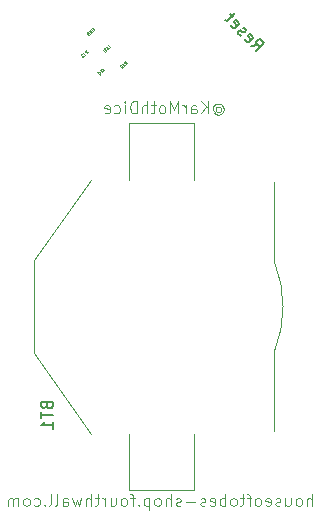
<source format=gbr>
%TF.GenerationSoftware,KiCad,Pcbnew,8.0.3*%
%TF.CreationDate,2024-08-14T20:25:55-04:00*%
%TF.ProjectId,KarmothDiceRoller_V1,4b61726d-6f74-4684-9469-6365526f6c6c,rev?*%
%TF.SameCoordinates,Original*%
%TF.FileFunction,Legend,Bot*%
%TF.FilePolarity,Positive*%
%FSLAX46Y46*%
G04 Gerber Fmt 4.6, Leading zero omitted, Abs format (unit mm)*
G04 Created by KiCad (PCBNEW 8.0.3) date 2024-08-14 20:25:55*
%MOMM*%
%LPD*%
G01*
G04 APERTURE LIST*
%ADD10C,0.100000*%
%ADD11C,0.031250*%
%ADD12C,0.150000*%
%ADD13C,0.120000*%
G04 APERTURE END LIST*
D10*
X107696115Y-103622419D02*
X107696115Y-102622419D01*
X107267544Y-103622419D02*
X107267544Y-103098609D01*
X107267544Y-103098609D02*
X107315163Y-103003371D01*
X107315163Y-103003371D02*
X107410401Y-102955752D01*
X107410401Y-102955752D02*
X107553258Y-102955752D01*
X107553258Y-102955752D02*
X107648496Y-103003371D01*
X107648496Y-103003371D02*
X107696115Y-103050990D01*
X106648496Y-103622419D02*
X106743734Y-103574800D01*
X106743734Y-103574800D02*
X106791353Y-103527180D01*
X106791353Y-103527180D02*
X106838972Y-103431942D01*
X106838972Y-103431942D02*
X106838972Y-103146228D01*
X106838972Y-103146228D02*
X106791353Y-103050990D01*
X106791353Y-103050990D02*
X106743734Y-103003371D01*
X106743734Y-103003371D02*
X106648496Y-102955752D01*
X106648496Y-102955752D02*
X106505639Y-102955752D01*
X106505639Y-102955752D02*
X106410401Y-103003371D01*
X106410401Y-103003371D02*
X106362782Y-103050990D01*
X106362782Y-103050990D02*
X106315163Y-103146228D01*
X106315163Y-103146228D02*
X106315163Y-103431942D01*
X106315163Y-103431942D02*
X106362782Y-103527180D01*
X106362782Y-103527180D02*
X106410401Y-103574800D01*
X106410401Y-103574800D02*
X106505639Y-103622419D01*
X106505639Y-103622419D02*
X106648496Y-103622419D01*
X105458020Y-102955752D02*
X105458020Y-103622419D01*
X105886591Y-102955752D02*
X105886591Y-103479561D01*
X105886591Y-103479561D02*
X105838972Y-103574800D01*
X105838972Y-103574800D02*
X105743734Y-103622419D01*
X105743734Y-103622419D02*
X105600877Y-103622419D01*
X105600877Y-103622419D02*
X105505639Y-103574800D01*
X105505639Y-103574800D02*
X105458020Y-103527180D01*
X105029448Y-103574800D02*
X104934210Y-103622419D01*
X104934210Y-103622419D02*
X104743734Y-103622419D01*
X104743734Y-103622419D02*
X104648496Y-103574800D01*
X104648496Y-103574800D02*
X104600877Y-103479561D01*
X104600877Y-103479561D02*
X104600877Y-103431942D01*
X104600877Y-103431942D02*
X104648496Y-103336704D01*
X104648496Y-103336704D02*
X104743734Y-103289085D01*
X104743734Y-103289085D02*
X104886591Y-103289085D01*
X104886591Y-103289085D02*
X104981829Y-103241466D01*
X104981829Y-103241466D02*
X105029448Y-103146228D01*
X105029448Y-103146228D02*
X105029448Y-103098609D01*
X105029448Y-103098609D02*
X104981829Y-103003371D01*
X104981829Y-103003371D02*
X104886591Y-102955752D01*
X104886591Y-102955752D02*
X104743734Y-102955752D01*
X104743734Y-102955752D02*
X104648496Y-103003371D01*
X103791353Y-103574800D02*
X103886591Y-103622419D01*
X103886591Y-103622419D02*
X104077067Y-103622419D01*
X104077067Y-103622419D02*
X104172305Y-103574800D01*
X104172305Y-103574800D02*
X104219924Y-103479561D01*
X104219924Y-103479561D02*
X104219924Y-103098609D01*
X104219924Y-103098609D02*
X104172305Y-103003371D01*
X104172305Y-103003371D02*
X104077067Y-102955752D01*
X104077067Y-102955752D02*
X103886591Y-102955752D01*
X103886591Y-102955752D02*
X103791353Y-103003371D01*
X103791353Y-103003371D02*
X103743734Y-103098609D01*
X103743734Y-103098609D02*
X103743734Y-103193847D01*
X103743734Y-103193847D02*
X104219924Y-103289085D01*
X103172305Y-103622419D02*
X103267543Y-103574800D01*
X103267543Y-103574800D02*
X103315162Y-103527180D01*
X103315162Y-103527180D02*
X103362781Y-103431942D01*
X103362781Y-103431942D02*
X103362781Y-103146228D01*
X103362781Y-103146228D02*
X103315162Y-103050990D01*
X103315162Y-103050990D02*
X103267543Y-103003371D01*
X103267543Y-103003371D02*
X103172305Y-102955752D01*
X103172305Y-102955752D02*
X103029448Y-102955752D01*
X103029448Y-102955752D02*
X102934210Y-103003371D01*
X102934210Y-103003371D02*
X102886591Y-103050990D01*
X102886591Y-103050990D02*
X102838972Y-103146228D01*
X102838972Y-103146228D02*
X102838972Y-103431942D01*
X102838972Y-103431942D02*
X102886591Y-103527180D01*
X102886591Y-103527180D02*
X102934210Y-103574800D01*
X102934210Y-103574800D02*
X103029448Y-103622419D01*
X103029448Y-103622419D02*
X103172305Y-103622419D01*
X102553257Y-102955752D02*
X102172305Y-102955752D01*
X102410400Y-103622419D02*
X102410400Y-102765276D01*
X102410400Y-102765276D02*
X102362781Y-102670038D01*
X102362781Y-102670038D02*
X102267543Y-102622419D01*
X102267543Y-102622419D02*
X102172305Y-102622419D01*
X101981828Y-102955752D02*
X101600876Y-102955752D01*
X101838971Y-102622419D02*
X101838971Y-103479561D01*
X101838971Y-103479561D02*
X101791352Y-103574800D01*
X101791352Y-103574800D02*
X101696114Y-103622419D01*
X101696114Y-103622419D02*
X101600876Y-103622419D01*
X101124685Y-103622419D02*
X101219923Y-103574800D01*
X101219923Y-103574800D02*
X101267542Y-103527180D01*
X101267542Y-103527180D02*
X101315161Y-103431942D01*
X101315161Y-103431942D02*
X101315161Y-103146228D01*
X101315161Y-103146228D02*
X101267542Y-103050990D01*
X101267542Y-103050990D02*
X101219923Y-103003371D01*
X101219923Y-103003371D02*
X101124685Y-102955752D01*
X101124685Y-102955752D02*
X100981828Y-102955752D01*
X100981828Y-102955752D02*
X100886590Y-103003371D01*
X100886590Y-103003371D02*
X100838971Y-103050990D01*
X100838971Y-103050990D02*
X100791352Y-103146228D01*
X100791352Y-103146228D02*
X100791352Y-103431942D01*
X100791352Y-103431942D02*
X100838971Y-103527180D01*
X100838971Y-103527180D02*
X100886590Y-103574800D01*
X100886590Y-103574800D02*
X100981828Y-103622419D01*
X100981828Y-103622419D02*
X101124685Y-103622419D01*
X100362780Y-103622419D02*
X100362780Y-102622419D01*
X100362780Y-103003371D02*
X100267542Y-102955752D01*
X100267542Y-102955752D02*
X100077066Y-102955752D01*
X100077066Y-102955752D02*
X99981828Y-103003371D01*
X99981828Y-103003371D02*
X99934209Y-103050990D01*
X99934209Y-103050990D02*
X99886590Y-103146228D01*
X99886590Y-103146228D02*
X99886590Y-103431942D01*
X99886590Y-103431942D02*
X99934209Y-103527180D01*
X99934209Y-103527180D02*
X99981828Y-103574800D01*
X99981828Y-103574800D02*
X100077066Y-103622419D01*
X100077066Y-103622419D02*
X100267542Y-103622419D01*
X100267542Y-103622419D02*
X100362780Y-103574800D01*
X99077066Y-103574800D02*
X99172304Y-103622419D01*
X99172304Y-103622419D02*
X99362780Y-103622419D01*
X99362780Y-103622419D02*
X99458018Y-103574800D01*
X99458018Y-103574800D02*
X99505637Y-103479561D01*
X99505637Y-103479561D02*
X99505637Y-103098609D01*
X99505637Y-103098609D02*
X99458018Y-103003371D01*
X99458018Y-103003371D02*
X99362780Y-102955752D01*
X99362780Y-102955752D02*
X99172304Y-102955752D01*
X99172304Y-102955752D02*
X99077066Y-103003371D01*
X99077066Y-103003371D02*
X99029447Y-103098609D01*
X99029447Y-103098609D02*
X99029447Y-103193847D01*
X99029447Y-103193847D02*
X99505637Y-103289085D01*
X98648494Y-103574800D02*
X98553256Y-103622419D01*
X98553256Y-103622419D02*
X98362780Y-103622419D01*
X98362780Y-103622419D02*
X98267542Y-103574800D01*
X98267542Y-103574800D02*
X98219923Y-103479561D01*
X98219923Y-103479561D02*
X98219923Y-103431942D01*
X98219923Y-103431942D02*
X98267542Y-103336704D01*
X98267542Y-103336704D02*
X98362780Y-103289085D01*
X98362780Y-103289085D02*
X98505637Y-103289085D01*
X98505637Y-103289085D02*
X98600875Y-103241466D01*
X98600875Y-103241466D02*
X98648494Y-103146228D01*
X98648494Y-103146228D02*
X98648494Y-103098609D01*
X98648494Y-103098609D02*
X98600875Y-103003371D01*
X98600875Y-103003371D02*
X98505637Y-102955752D01*
X98505637Y-102955752D02*
X98362780Y-102955752D01*
X98362780Y-102955752D02*
X98267542Y-103003371D01*
X97791351Y-103241466D02*
X97029447Y-103241466D01*
X96600875Y-103574800D02*
X96505637Y-103622419D01*
X96505637Y-103622419D02*
X96315161Y-103622419D01*
X96315161Y-103622419D02*
X96219923Y-103574800D01*
X96219923Y-103574800D02*
X96172304Y-103479561D01*
X96172304Y-103479561D02*
X96172304Y-103431942D01*
X96172304Y-103431942D02*
X96219923Y-103336704D01*
X96219923Y-103336704D02*
X96315161Y-103289085D01*
X96315161Y-103289085D02*
X96458018Y-103289085D01*
X96458018Y-103289085D02*
X96553256Y-103241466D01*
X96553256Y-103241466D02*
X96600875Y-103146228D01*
X96600875Y-103146228D02*
X96600875Y-103098609D01*
X96600875Y-103098609D02*
X96553256Y-103003371D01*
X96553256Y-103003371D02*
X96458018Y-102955752D01*
X96458018Y-102955752D02*
X96315161Y-102955752D01*
X96315161Y-102955752D02*
X96219923Y-103003371D01*
X95743732Y-103622419D02*
X95743732Y-102622419D01*
X95315161Y-103622419D02*
X95315161Y-103098609D01*
X95315161Y-103098609D02*
X95362780Y-103003371D01*
X95362780Y-103003371D02*
X95458018Y-102955752D01*
X95458018Y-102955752D02*
X95600875Y-102955752D01*
X95600875Y-102955752D02*
X95696113Y-103003371D01*
X95696113Y-103003371D02*
X95743732Y-103050990D01*
X94696113Y-103622419D02*
X94791351Y-103574800D01*
X94791351Y-103574800D02*
X94838970Y-103527180D01*
X94838970Y-103527180D02*
X94886589Y-103431942D01*
X94886589Y-103431942D02*
X94886589Y-103146228D01*
X94886589Y-103146228D02*
X94838970Y-103050990D01*
X94838970Y-103050990D02*
X94791351Y-103003371D01*
X94791351Y-103003371D02*
X94696113Y-102955752D01*
X94696113Y-102955752D02*
X94553256Y-102955752D01*
X94553256Y-102955752D02*
X94458018Y-103003371D01*
X94458018Y-103003371D02*
X94410399Y-103050990D01*
X94410399Y-103050990D02*
X94362780Y-103146228D01*
X94362780Y-103146228D02*
X94362780Y-103431942D01*
X94362780Y-103431942D02*
X94410399Y-103527180D01*
X94410399Y-103527180D02*
X94458018Y-103574800D01*
X94458018Y-103574800D02*
X94553256Y-103622419D01*
X94553256Y-103622419D02*
X94696113Y-103622419D01*
X93934208Y-102955752D02*
X93934208Y-103955752D01*
X93934208Y-103003371D02*
X93838970Y-102955752D01*
X93838970Y-102955752D02*
X93648494Y-102955752D01*
X93648494Y-102955752D02*
X93553256Y-103003371D01*
X93553256Y-103003371D02*
X93505637Y-103050990D01*
X93505637Y-103050990D02*
X93458018Y-103146228D01*
X93458018Y-103146228D02*
X93458018Y-103431942D01*
X93458018Y-103431942D02*
X93505637Y-103527180D01*
X93505637Y-103527180D02*
X93553256Y-103574800D01*
X93553256Y-103574800D02*
X93648494Y-103622419D01*
X93648494Y-103622419D02*
X93838970Y-103622419D01*
X93838970Y-103622419D02*
X93934208Y-103574800D01*
X93029446Y-103527180D02*
X92981827Y-103574800D01*
X92981827Y-103574800D02*
X93029446Y-103622419D01*
X93029446Y-103622419D02*
X93077065Y-103574800D01*
X93077065Y-103574800D02*
X93029446Y-103527180D01*
X93029446Y-103527180D02*
X93029446Y-103622419D01*
X92696113Y-102955752D02*
X92315161Y-102955752D01*
X92553256Y-103622419D02*
X92553256Y-102765276D01*
X92553256Y-102765276D02*
X92505637Y-102670038D01*
X92505637Y-102670038D02*
X92410399Y-102622419D01*
X92410399Y-102622419D02*
X92315161Y-102622419D01*
X91838970Y-103622419D02*
X91934208Y-103574800D01*
X91934208Y-103574800D02*
X91981827Y-103527180D01*
X91981827Y-103527180D02*
X92029446Y-103431942D01*
X92029446Y-103431942D02*
X92029446Y-103146228D01*
X92029446Y-103146228D02*
X91981827Y-103050990D01*
X91981827Y-103050990D02*
X91934208Y-103003371D01*
X91934208Y-103003371D02*
X91838970Y-102955752D01*
X91838970Y-102955752D02*
X91696113Y-102955752D01*
X91696113Y-102955752D02*
X91600875Y-103003371D01*
X91600875Y-103003371D02*
X91553256Y-103050990D01*
X91553256Y-103050990D02*
X91505637Y-103146228D01*
X91505637Y-103146228D02*
X91505637Y-103431942D01*
X91505637Y-103431942D02*
X91553256Y-103527180D01*
X91553256Y-103527180D02*
X91600875Y-103574800D01*
X91600875Y-103574800D02*
X91696113Y-103622419D01*
X91696113Y-103622419D02*
X91838970Y-103622419D01*
X90648494Y-102955752D02*
X90648494Y-103622419D01*
X91077065Y-102955752D02*
X91077065Y-103479561D01*
X91077065Y-103479561D02*
X91029446Y-103574800D01*
X91029446Y-103574800D02*
X90934208Y-103622419D01*
X90934208Y-103622419D02*
X90791351Y-103622419D01*
X90791351Y-103622419D02*
X90696113Y-103574800D01*
X90696113Y-103574800D02*
X90648494Y-103527180D01*
X90172303Y-103622419D02*
X90172303Y-102955752D01*
X90172303Y-103146228D02*
X90124684Y-103050990D01*
X90124684Y-103050990D02*
X90077065Y-103003371D01*
X90077065Y-103003371D02*
X89981827Y-102955752D01*
X89981827Y-102955752D02*
X89886589Y-102955752D01*
X89696112Y-102955752D02*
X89315160Y-102955752D01*
X89553255Y-102622419D02*
X89553255Y-103479561D01*
X89553255Y-103479561D02*
X89505636Y-103574800D01*
X89505636Y-103574800D02*
X89410398Y-103622419D01*
X89410398Y-103622419D02*
X89315160Y-103622419D01*
X88981826Y-103622419D02*
X88981826Y-102622419D01*
X88553255Y-103622419D02*
X88553255Y-103098609D01*
X88553255Y-103098609D02*
X88600874Y-103003371D01*
X88600874Y-103003371D02*
X88696112Y-102955752D01*
X88696112Y-102955752D02*
X88838969Y-102955752D01*
X88838969Y-102955752D02*
X88934207Y-103003371D01*
X88934207Y-103003371D02*
X88981826Y-103050990D01*
X88172302Y-102955752D02*
X87981826Y-103622419D01*
X87981826Y-103622419D02*
X87791350Y-103146228D01*
X87791350Y-103146228D02*
X87600874Y-103622419D01*
X87600874Y-103622419D02*
X87410398Y-102955752D01*
X86600874Y-103622419D02*
X86600874Y-103098609D01*
X86600874Y-103098609D02*
X86648493Y-103003371D01*
X86648493Y-103003371D02*
X86743731Y-102955752D01*
X86743731Y-102955752D02*
X86934207Y-102955752D01*
X86934207Y-102955752D02*
X87029445Y-103003371D01*
X86600874Y-103574800D02*
X86696112Y-103622419D01*
X86696112Y-103622419D02*
X86934207Y-103622419D01*
X86934207Y-103622419D02*
X87029445Y-103574800D01*
X87029445Y-103574800D02*
X87077064Y-103479561D01*
X87077064Y-103479561D02*
X87077064Y-103384323D01*
X87077064Y-103384323D02*
X87029445Y-103289085D01*
X87029445Y-103289085D02*
X86934207Y-103241466D01*
X86934207Y-103241466D02*
X86696112Y-103241466D01*
X86696112Y-103241466D02*
X86600874Y-103193847D01*
X85981826Y-103622419D02*
X86077064Y-103574800D01*
X86077064Y-103574800D02*
X86124683Y-103479561D01*
X86124683Y-103479561D02*
X86124683Y-102622419D01*
X85458016Y-103622419D02*
X85553254Y-103574800D01*
X85553254Y-103574800D02*
X85600873Y-103479561D01*
X85600873Y-103479561D02*
X85600873Y-102622419D01*
X85077063Y-103527180D02*
X85029444Y-103574800D01*
X85029444Y-103574800D02*
X85077063Y-103622419D01*
X85077063Y-103622419D02*
X85124682Y-103574800D01*
X85124682Y-103574800D02*
X85077063Y-103527180D01*
X85077063Y-103527180D02*
X85077063Y-103622419D01*
X84172302Y-103574800D02*
X84267540Y-103622419D01*
X84267540Y-103622419D02*
X84458016Y-103622419D01*
X84458016Y-103622419D02*
X84553254Y-103574800D01*
X84553254Y-103574800D02*
X84600873Y-103527180D01*
X84600873Y-103527180D02*
X84648492Y-103431942D01*
X84648492Y-103431942D02*
X84648492Y-103146228D01*
X84648492Y-103146228D02*
X84600873Y-103050990D01*
X84600873Y-103050990D02*
X84553254Y-103003371D01*
X84553254Y-103003371D02*
X84458016Y-102955752D01*
X84458016Y-102955752D02*
X84267540Y-102955752D01*
X84267540Y-102955752D02*
X84172302Y-103003371D01*
X83600873Y-103622419D02*
X83696111Y-103574800D01*
X83696111Y-103574800D02*
X83743730Y-103527180D01*
X83743730Y-103527180D02*
X83791349Y-103431942D01*
X83791349Y-103431942D02*
X83791349Y-103146228D01*
X83791349Y-103146228D02*
X83743730Y-103050990D01*
X83743730Y-103050990D02*
X83696111Y-103003371D01*
X83696111Y-103003371D02*
X83600873Y-102955752D01*
X83600873Y-102955752D02*
X83458016Y-102955752D01*
X83458016Y-102955752D02*
X83362778Y-103003371D01*
X83362778Y-103003371D02*
X83315159Y-103050990D01*
X83315159Y-103050990D02*
X83267540Y-103146228D01*
X83267540Y-103146228D02*
X83267540Y-103431942D01*
X83267540Y-103431942D02*
X83315159Y-103527180D01*
X83315159Y-103527180D02*
X83362778Y-103574800D01*
X83362778Y-103574800D02*
X83458016Y-103622419D01*
X83458016Y-103622419D02*
X83600873Y-103622419D01*
X82838968Y-103622419D02*
X82838968Y-102955752D01*
X82838968Y-103050990D02*
X82791349Y-103003371D01*
X82791349Y-103003371D02*
X82696111Y-102955752D01*
X82696111Y-102955752D02*
X82553254Y-102955752D01*
X82553254Y-102955752D02*
X82458016Y-103003371D01*
X82458016Y-103003371D02*
X82410397Y-103098609D01*
X82410397Y-103098609D02*
X82410397Y-103622419D01*
X82410397Y-103098609D02*
X82362778Y-103003371D01*
X82362778Y-103003371D02*
X82267540Y-102955752D01*
X82267540Y-102955752D02*
X82124683Y-102955752D01*
X82124683Y-102955752D02*
X82029444Y-103003371D01*
X82029444Y-103003371D02*
X81981825Y-103098609D01*
X81981825Y-103098609D02*
X81981825Y-103622419D01*
X99577068Y-69896228D02*
X99624687Y-69848609D01*
X99624687Y-69848609D02*
X99719925Y-69800990D01*
X99719925Y-69800990D02*
X99815163Y-69800990D01*
X99815163Y-69800990D02*
X99910401Y-69848609D01*
X99910401Y-69848609D02*
X99958020Y-69896228D01*
X99958020Y-69896228D02*
X100005639Y-69991466D01*
X100005639Y-69991466D02*
X100005639Y-70086704D01*
X100005639Y-70086704D02*
X99958020Y-70181942D01*
X99958020Y-70181942D02*
X99910401Y-70229561D01*
X99910401Y-70229561D02*
X99815163Y-70277180D01*
X99815163Y-70277180D02*
X99719925Y-70277180D01*
X99719925Y-70277180D02*
X99624687Y-70229561D01*
X99624687Y-70229561D02*
X99577068Y-70181942D01*
X99577068Y-69800990D02*
X99577068Y-70181942D01*
X99577068Y-70181942D02*
X99529449Y-70229561D01*
X99529449Y-70229561D02*
X99481830Y-70229561D01*
X99481830Y-70229561D02*
X99386591Y-70181942D01*
X99386591Y-70181942D02*
X99338972Y-70086704D01*
X99338972Y-70086704D02*
X99338972Y-69848609D01*
X99338972Y-69848609D02*
X99434211Y-69705752D01*
X99434211Y-69705752D02*
X99577068Y-69610514D01*
X99577068Y-69610514D02*
X99767544Y-69562895D01*
X99767544Y-69562895D02*
X99958020Y-69610514D01*
X99958020Y-69610514D02*
X100100877Y-69705752D01*
X100100877Y-69705752D02*
X100196115Y-69848609D01*
X100196115Y-69848609D02*
X100243734Y-70039085D01*
X100243734Y-70039085D02*
X100196115Y-70229561D01*
X100196115Y-70229561D02*
X100100877Y-70372419D01*
X100100877Y-70372419D02*
X99958020Y-70467657D01*
X99958020Y-70467657D02*
X99767544Y-70515276D01*
X99767544Y-70515276D02*
X99577068Y-70467657D01*
X99577068Y-70467657D02*
X99434211Y-70372419D01*
X98910401Y-70372419D02*
X98910401Y-69372419D01*
X98338973Y-70372419D02*
X98767544Y-69800990D01*
X98338973Y-69372419D02*
X98910401Y-69943847D01*
X97481830Y-70372419D02*
X97481830Y-69848609D01*
X97481830Y-69848609D02*
X97529449Y-69753371D01*
X97529449Y-69753371D02*
X97624687Y-69705752D01*
X97624687Y-69705752D02*
X97815163Y-69705752D01*
X97815163Y-69705752D02*
X97910401Y-69753371D01*
X97481830Y-70324800D02*
X97577068Y-70372419D01*
X97577068Y-70372419D02*
X97815163Y-70372419D01*
X97815163Y-70372419D02*
X97910401Y-70324800D01*
X97910401Y-70324800D02*
X97958020Y-70229561D01*
X97958020Y-70229561D02*
X97958020Y-70134323D01*
X97958020Y-70134323D02*
X97910401Y-70039085D01*
X97910401Y-70039085D02*
X97815163Y-69991466D01*
X97815163Y-69991466D02*
X97577068Y-69991466D01*
X97577068Y-69991466D02*
X97481830Y-69943847D01*
X97005639Y-70372419D02*
X97005639Y-69705752D01*
X97005639Y-69896228D02*
X96958020Y-69800990D01*
X96958020Y-69800990D02*
X96910401Y-69753371D01*
X96910401Y-69753371D02*
X96815163Y-69705752D01*
X96815163Y-69705752D02*
X96719925Y-69705752D01*
X96386591Y-70372419D02*
X96386591Y-69372419D01*
X96386591Y-69372419D02*
X96053258Y-70086704D01*
X96053258Y-70086704D02*
X95719925Y-69372419D01*
X95719925Y-69372419D02*
X95719925Y-70372419D01*
X95100877Y-70372419D02*
X95196115Y-70324800D01*
X95196115Y-70324800D02*
X95243734Y-70277180D01*
X95243734Y-70277180D02*
X95291353Y-70181942D01*
X95291353Y-70181942D02*
X95291353Y-69896228D01*
X95291353Y-69896228D02*
X95243734Y-69800990D01*
X95243734Y-69800990D02*
X95196115Y-69753371D01*
X95196115Y-69753371D02*
X95100877Y-69705752D01*
X95100877Y-69705752D02*
X94958020Y-69705752D01*
X94958020Y-69705752D02*
X94862782Y-69753371D01*
X94862782Y-69753371D02*
X94815163Y-69800990D01*
X94815163Y-69800990D02*
X94767544Y-69896228D01*
X94767544Y-69896228D02*
X94767544Y-70181942D01*
X94767544Y-70181942D02*
X94815163Y-70277180D01*
X94815163Y-70277180D02*
X94862782Y-70324800D01*
X94862782Y-70324800D02*
X94958020Y-70372419D01*
X94958020Y-70372419D02*
X95100877Y-70372419D01*
X94481829Y-69705752D02*
X94100877Y-69705752D01*
X94338972Y-69372419D02*
X94338972Y-70229561D01*
X94338972Y-70229561D02*
X94291353Y-70324800D01*
X94291353Y-70324800D02*
X94196115Y-70372419D01*
X94196115Y-70372419D02*
X94100877Y-70372419D01*
X93767543Y-70372419D02*
X93767543Y-69372419D01*
X93338972Y-70372419D02*
X93338972Y-69848609D01*
X93338972Y-69848609D02*
X93386591Y-69753371D01*
X93386591Y-69753371D02*
X93481829Y-69705752D01*
X93481829Y-69705752D02*
X93624686Y-69705752D01*
X93624686Y-69705752D02*
X93719924Y-69753371D01*
X93719924Y-69753371D02*
X93767543Y-69800990D01*
X92862781Y-70372419D02*
X92862781Y-69372419D01*
X92862781Y-69372419D02*
X92624686Y-69372419D01*
X92624686Y-69372419D02*
X92481829Y-69420038D01*
X92481829Y-69420038D02*
X92386591Y-69515276D01*
X92386591Y-69515276D02*
X92338972Y-69610514D01*
X92338972Y-69610514D02*
X92291353Y-69800990D01*
X92291353Y-69800990D02*
X92291353Y-69943847D01*
X92291353Y-69943847D02*
X92338972Y-70134323D01*
X92338972Y-70134323D02*
X92386591Y-70229561D01*
X92386591Y-70229561D02*
X92481829Y-70324800D01*
X92481829Y-70324800D02*
X92624686Y-70372419D01*
X92624686Y-70372419D02*
X92862781Y-70372419D01*
X91862781Y-70372419D02*
X91862781Y-69705752D01*
X91862781Y-69372419D02*
X91910400Y-69420038D01*
X91910400Y-69420038D02*
X91862781Y-69467657D01*
X91862781Y-69467657D02*
X91815162Y-69420038D01*
X91815162Y-69420038D02*
X91862781Y-69372419D01*
X91862781Y-69372419D02*
X91862781Y-69467657D01*
X90958020Y-70324800D02*
X91053258Y-70372419D01*
X91053258Y-70372419D02*
X91243734Y-70372419D01*
X91243734Y-70372419D02*
X91338972Y-70324800D01*
X91338972Y-70324800D02*
X91386591Y-70277180D01*
X91386591Y-70277180D02*
X91434210Y-70181942D01*
X91434210Y-70181942D02*
X91434210Y-69896228D01*
X91434210Y-69896228D02*
X91386591Y-69800990D01*
X91386591Y-69800990D02*
X91338972Y-69753371D01*
X91338972Y-69753371D02*
X91243734Y-69705752D01*
X91243734Y-69705752D02*
X91053258Y-69705752D01*
X91053258Y-69705752D02*
X90958020Y-69753371D01*
X90148496Y-70324800D02*
X90243734Y-70372419D01*
X90243734Y-70372419D02*
X90434210Y-70372419D01*
X90434210Y-70372419D02*
X90529448Y-70324800D01*
X90529448Y-70324800D02*
X90577067Y-70229561D01*
X90577067Y-70229561D02*
X90577067Y-69848609D01*
X90577067Y-69848609D02*
X90529448Y-69753371D01*
X90529448Y-69753371D02*
X90434210Y-69705752D01*
X90434210Y-69705752D02*
X90243734Y-69705752D01*
X90243734Y-69705752D02*
X90148496Y-69753371D01*
X90148496Y-69753371D02*
X90100877Y-69848609D01*
X90100877Y-69848609D02*
X90100877Y-69943847D01*
X90100877Y-69943847D02*
X90577067Y-70039085D01*
D11*
X88895822Y-63652830D02*
X88887404Y-63678084D01*
X88887404Y-63678084D02*
X88862150Y-63703338D01*
X88862150Y-63703338D02*
X88828478Y-63720173D01*
X88828478Y-63720173D02*
X88794807Y-63720173D01*
X88794807Y-63720173D02*
X88769553Y-63711756D01*
X88769553Y-63711756D02*
X88727463Y-63686502D01*
X88727463Y-63686502D02*
X88702209Y-63661248D01*
X88702209Y-63661248D02*
X88676955Y-63619158D01*
X88676955Y-63619158D02*
X88668537Y-63593904D01*
X88668537Y-63593904D02*
X88668537Y-63560233D01*
X88668537Y-63560233D02*
X88685373Y-63526561D01*
X88685373Y-63526561D02*
X88702209Y-63509725D01*
X88702209Y-63509725D02*
X88735881Y-63492889D01*
X88735881Y-63492889D02*
X88752717Y-63492889D01*
X88752717Y-63492889D02*
X88811642Y-63551815D01*
X88811642Y-63551815D02*
X88777971Y-63585486D01*
X88811642Y-63400292D02*
X88988419Y-63577069D01*
X88988419Y-63577069D02*
X88912658Y-63299277D01*
X88912658Y-63299277D02*
X89089434Y-63476053D01*
X88996837Y-63215097D02*
X89173614Y-63391874D01*
X89173614Y-63391874D02*
X89215704Y-63349784D01*
X89215704Y-63349784D02*
X89232540Y-63316112D01*
X89232540Y-63316112D02*
X89232540Y-63282441D01*
X89232540Y-63282441D02*
X89224122Y-63257187D01*
X89224122Y-63257187D02*
X89198868Y-63215097D01*
X89198868Y-63215097D02*
X89173614Y-63189843D01*
X89173614Y-63189843D02*
X89131524Y-63164589D01*
X89131524Y-63164589D02*
X89106270Y-63156171D01*
X89106270Y-63156171D02*
X89072599Y-63156171D01*
X89072599Y-63156171D02*
X89038927Y-63173007D01*
X89038927Y-63173007D02*
X88996837Y-63215097D01*
X88240065Y-65349044D02*
X88223229Y-65349044D01*
X88223229Y-65349044D02*
X88189557Y-65365880D01*
X88189557Y-65365880D02*
X88172721Y-65382716D01*
X88172721Y-65382716D02*
X88155885Y-65416388D01*
X88155885Y-65416388D02*
X88155885Y-65450059D01*
X88155885Y-65450059D02*
X88164303Y-65475313D01*
X88164303Y-65475313D02*
X88189557Y-65517403D01*
X88189557Y-65517403D02*
X88214811Y-65542657D01*
X88214811Y-65542657D02*
X88256901Y-65567911D01*
X88256901Y-65567911D02*
X88282155Y-65576328D01*
X88282155Y-65576328D02*
X88315826Y-65576328D01*
X88315826Y-65576328D02*
X88349498Y-65559493D01*
X88349498Y-65559493D02*
X88366334Y-65542657D01*
X88366334Y-65542657D02*
X88383170Y-65508985D01*
X88383170Y-65508985D02*
X88383170Y-65492149D01*
X88383170Y-65172267D02*
X88298990Y-65256447D01*
X88298990Y-65256447D02*
X88475767Y-65433224D01*
X88442095Y-65113342D02*
X88618872Y-65290119D01*
X88543111Y-65012327D02*
X88568364Y-65189103D01*
X88719887Y-65189103D02*
X88517857Y-65189103D01*
X90132417Y-64872589D02*
X90157671Y-65015694D01*
X90031402Y-64973605D02*
X90208178Y-65150381D01*
X90208178Y-65150381D02*
X90275522Y-65083038D01*
X90275522Y-65083038D02*
X90283940Y-65057784D01*
X90283940Y-65057784D02*
X90283940Y-65040948D01*
X90283940Y-65040948D02*
X90275522Y-65015694D01*
X90275522Y-65015694D02*
X90250268Y-64990440D01*
X90250268Y-64990440D02*
X90225014Y-64982022D01*
X90225014Y-64982022D02*
X90208178Y-64982022D01*
X90208178Y-64982022D02*
X90182925Y-64990440D01*
X90182925Y-64990440D02*
X90115581Y-65057784D01*
X90208178Y-64813664D02*
X90225014Y-64779992D01*
X90225014Y-64779992D02*
X90267104Y-64737902D01*
X90267104Y-64737902D02*
X90292358Y-64729484D01*
X90292358Y-64729484D02*
X90309194Y-64729484D01*
X90309194Y-64729484D02*
X90334448Y-64737902D01*
X90334448Y-64737902D02*
X90351283Y-64754738D01*
X90351283Y-64754738D02*
X90359701Y-64779992D01*
X90359701Y-64779992D02*
X90359701Y-64796828D01*
X90359701Y-64796828D02*
X90351283Y-64822082D01*
X90351283Y-64822082D02*
X90326030Y-64864171D01*
X90326030Y-64864171D02*
X90317612Y-64889425D01*
X90317612Y-64889425D02*
X90317612Y-64906261D01*
X90317612Y-64906261D02*
X90326030Y-64931515D01*
X90326030Y-64931515D02*
X90342865Y-64948351D01*
X90342865Y-64948351D02*
X90368119Y-64956769D01*
X90368119Y-64956769D02*
X90384955Y-64956769D01*
X90384955Y-64956769D02*
X90410209Y-64948351D01*
X90410209Y-64948351D02*
X90452299Y-64906261D01*
X90452299Y-64906261D02*
X90469135Y-64872589D01*
X90528060Y-64830500D02*
X90629075Y-64729485D01*
X90401791Y-64603215D02*
X90578568Y-64779992D01*
X89536428Y-66918148D02*
X89713204Y-67094924D01*
X89713204Y-67094924D02*
X89755294Y-67052835D01*
X89755294Y-67052835D02*
X89772130Y-67019163D01*
X89772130Y-67019163D02*
X89772130Y-66985491D01*
X89772130Y-66985491D02*
X89763712Y-66960237D01*
X89763712Y-66960237D02*
X89738458Y-66918148D01*
X89738458Y-66918148D02*
X89713204Y-66892894D01*
X89713204Y-66892894D02*
X89671115Y-66867640D01*
X89671115Y-66867640D02*
X89645861Y-66859222D01*
X89645861Y-66859222D02*
X89612189Y-66859222D01*
X89612189Y-66859222D02*
X89578517Y-66876058D01*
X89578517Y-66876058D02*
X89536428Y-66918148D01*
X89713204Y-66741371D02*
X89889981Y-66918148D01*
X90007833Y-66800296D02*
X90041504Y-66766624D01*
X90041504Y-66766624D02*
X90049922Y-66741371D01*
X90049922Y-66741371D02*
X90049922Y-66707699D01*
X90049922Y-66707699D02*
X90024668Y-66665609D01*
X90024668Y-66665609D02*
X89965743Y-66606684D01*
X89965743Y-66606684D02*
X89923653Y-66581430D01*
X89923653Y-66581430D02*
X89889981Y-66581430D01*
X89889981Y-66581430D02*
X89864728Y-66589848D01*
X89864728Y-66589848D02*
X89831056Y-66623519D01*
X89831056Y-66623519D02*
X89822638Y-66648773D01*
X89822638Y-66648773D02*
X89822638Y-66682445D01*
X89822638Y-66682445D02*
X89847892Y-66724535D01*
X89847892Y-66724535D02*
X89906817Y-66783460D01*
X89906817Y-66783460D02*
X89948907Y-66808714D01*
X89948907Y-66808714D02*
X89982579Y-66808714D01*
X89982579Y-66808714D02*
X90007833Y-66800296D01*
X91587879Y-66563752D02*
X91697312Y-66454319D01*
X91697312Y-66454319D02*
X91571043Y-66445901D01*
X91571043Y-66445901D02*
X91596297Y-66420647D01*
X91596297Y-66420647D02*
X91604714Y-66395393D01*
X91604714Y-66395393D02*
X91604714Y-66378557D01*
X91604714Y-66378557D02*
X91596297Y-66353304D01*
X91596297Y-66353304D02*
X91554207Y-66311214D01*
X91554207Y-66311214D02*
X91528953Y-66302796D01*
X91528953Y-66302796D02*
X91512117Y-66302796D01*
X91512117Y-66302796D02*
X91486863Y-66311214D01*
X91486863Y-66311214D02*
X91436356Y-66361722D01*
X91436356Y-66361722D02*
X91427938Y-66386975D01*
X91427938Y-66386975D02*
X91427938Y-66403811D01*
X91747819Y-66403811D02*
X91629968Y-66168109D01*
X91629968Y-66168109D02*
X91865670Y-66285960D01*
X91907760Y-66243870D02*
X92017193Y-66134437D01*
X92017193Y-66134437D02*
X91890924Y-66126019D01*
X91890924Y-66126019D02*
X91916178Y-66100766D01*
X91916178Y-66100766D02*
X91924596Y-66075512D01*
X91924596Y-66075512D02*
X91924596Y-66058676D01*
X91924596Y-66058676D02*
X91916178Y-66033422D01*
X91916178Y-66033422D02*
X91874088Y-65991332D01*
X91874088Y-65991332D02*
X91848835Y-65982914D01*
X91848835Y-65982914D02*
X91831999Y-65982914D01*
X91831999Y-65982914D02*
X91806745Y-65991332D01*
X91806745Y-65991332D02*
X91756237Y-66041840D01*
X91756237Y-66041840D02*
X91747819Y-66067094D01*
X91747819Y-66067094D02*
X91747819Y-66083930D01*
D12*
X102553859Y-64697071D02*
X103126279Y-64596055D01*
X102957920Y-65101132D02*
X103665027Y-64394025D01*
X103665027Y-64394025D02*
X103395653Y-64124651D01*
X103395653Y-64124651D02*
X103294638Y-64090979D01*
X103294638Y-64090979D02*
X103227294Y-64090979D01*
X103227294Y-64090979D02*
X103126279Y-64124651D01*
X103126279Y-64124651D02*
X103025264Y-64225666D01*
X103025264Y-64225666D02*
X102991592Y-64326681D01*
X102991592Y-64326681D02*
X102991592Y-64394025D01*
X102991592Y-64394025D02*
X103025264Y-64495040D01*
X103025264Y-64495040D02*
X103294638Y-64764414D01*
X102015111Y-64090979D02*
X102048783Y-64191994D01*
X102048783Y-64191994D02*
X102183470Y-64326681D01*
X102183470Y-64326681D02*
X102284485Y-64360353D01*
X102284485Y-64360353D02*
X102385501Y-64326681D01*
X102385501Y-64326681D02*
X102654875Y-64057307D01*
X102654875Y-64057307D02*
X102688546Y-63956292D01*
X102688546Y-63956292D02*
X102654875Y-63855277D01*
X102654875Y-63855277D02*
X102520188Y-63720590D01*
X102520188Y-63720590D02*
X102419172Y-63686918D01*
X102419172Y-63686918D02*
X102318157Y-63720590D01*
X102318157Y-63720590D02*
X102250814Y-63787933D01*
X102250814Y-63787933D02*
X102520188Y-64191994D01*
X101712065Y-63787933D02*
X101611050Y-63754261D01*
X101611050Y-63754261D02*
X101476363Y-63619574D01*
X101476363Y-63619574D02*
X101442691Y-63518559D01*
X101442691Y-63518559D02*
X101476363Y-63417544D01*
X101476363Y-63417544D02*
X101510035Y-63383872D01*
X101510035Y-63383872D02*
X101611050Y-63350200D01*
X101611050Y-63350200D02*
X101712065Y-63383872D01*
X101712065Y-63383872D02*
X101813081Y-63484887D01*
X101813081Y-63484887D02*
X101914096Y-63518559D01*
X101914096Y-63518559D02*
X102015111Y-63484887D01*
X102015111Y-63484887D02*
X102048783Y-63451216D01*
X102048783Y-63451216D02*
X102082455Y-63350200D01*
X102082455Y-63350200D02*
X102048783Y-63249185D01*
X102048783Y-63249185D02*
X101947768Y-63148170D01*
X101947768Y-63148170D02*
X101846752Y-63114498D01*
X100836600Y-62912468D02*
X100870272Y-63013483D01*
X100870272Y-63013483D02*
X101004959Y-63148170D01*
X101004959Y-63148170D02*
X101105974Y-63181842D01*
X101105974Y-63181842D02*
X101206989Y-63148170D01*
X101206989Y-63148170D02*
X101476363Y-62878796D01*
X101476363Y-62878796D02*
X101510035Y-62777781D01*
X101510035Y-62777781D02*
X101476363Y-62676765D01*
X101476363Y-62676765D02*
X101341676Y-62542078D01*
X101341676Y-62542078D02*
X101240661Y-62508407D01*
X101240661Y-62508407D02*
X101139646Y-62542078D01*
X101139646Y-62542078D02*
X101072302Y-62609422D01*
X101072302Y-62609422D02*
X101341676Y-63013483D01*
X101038630Y-62239032D02*
X100769256Y-61969658D01*
X101173317Y-61902315D02*
X100567226Y-62508406D01*
X100567226Y-62508406D02*
X100466210Y-62542078D01*
X100466210Y-62542078D02*
X100365195Y-62508406D01*
X100365195Y-62508406D02*
X100297852Y-62441063D01*
X85231009Y-95114285D02*
X85278628Y-95257142D01*
X85278628Y-95257142D02*
X85326247Y-95304761D01*
X85326247Y-95304761D02*
X85421485Y-95352380D01*
X85421485Y-95352380D02*
X85564342Y-95352380D01*
X85564342Y-95352380D02*
X85659580Y-95304761D01*
X85659580Y-95304761D02*
X85707200Y-95257142D01*
X85707200Y-95257142D02*
X85754819Y-95161904D01*
X85754819Y-95161904D02*
X85754819Y-94780952D01*
X85754819Y-94780952D02*
X84754819Y-94780952D01*
X84754819Y-94780952D02*
X84754819Y-95114285D01*
X84754819Y-95114285D02*
X84802438Y-95209523D01*
X84802438Y-95209523D02*
X84850057Y-95257142D01*
X84850057Y-95257142D02*
X84945295Y-95304761D01*
X84945295Y-95304761D02*
X85040533Y-95304761D01*
X85040533Y-95304761D02*
X85135771Y-95257142D01*
X85135771Y-95257142D02*
X85183390Y-95209523D01*
X85183390Y-95209523D02*
X85231009Y-95114285D01*
X85231009Y-95114285D02*
X85231009Y-94780952D01*
X84754819Y-95638095D02*
X84754819Y-96209523D01*
X85754819Y-95923809D02*
X84754819Y-95923809D01*
X85754819Y-97066666D02*
X85754819Y-96495238D01*
X85754819Y-96780952D02*
X84754819Y-96780952D01*
X84754819Y-96780952D02*
X84897676Y-96685714D01*
X84897676Y-96685714D02*
X84992914Y-96590476D01*
X84992914Y-96590476D02*
X85040533Y-96495238D01*
D13*
%TO.C,BT1*%
X104500000Y-82900000D02*
G75*
G02*
X104501464Y-90596385I-9500000J-3850000D01*
G01*
X97750000Y-71200000D02*
X92250000Y-71200000D01*
X97750000Y-76000000D02*
X97750000Y-71200000D01*
X92250000Y-71200000D02*
X92250000Y-76000000D01*
X104500000Y-82900000D02*
X104500000Y-76200000D01*
X88950000Y-76000000D02*
X84150000Y-82800000D01*
X84150000Y-82800000D02*
X84150000Y-90700000D01*
X104500000Y-90600000D02*
X104500000Y-97300000D01*
X97750000Y-102300000D02*
X97750000Y-97500000D01*
X84150000Y-90700000D02*
X88950000Y-97550000D01*
X92250000Y-97500000D02*
X92250000Y-102300000D01*
X92250000Y-102300000D02*
X97750000Y-102300000D01*
%TD*%
M02*

</source>
